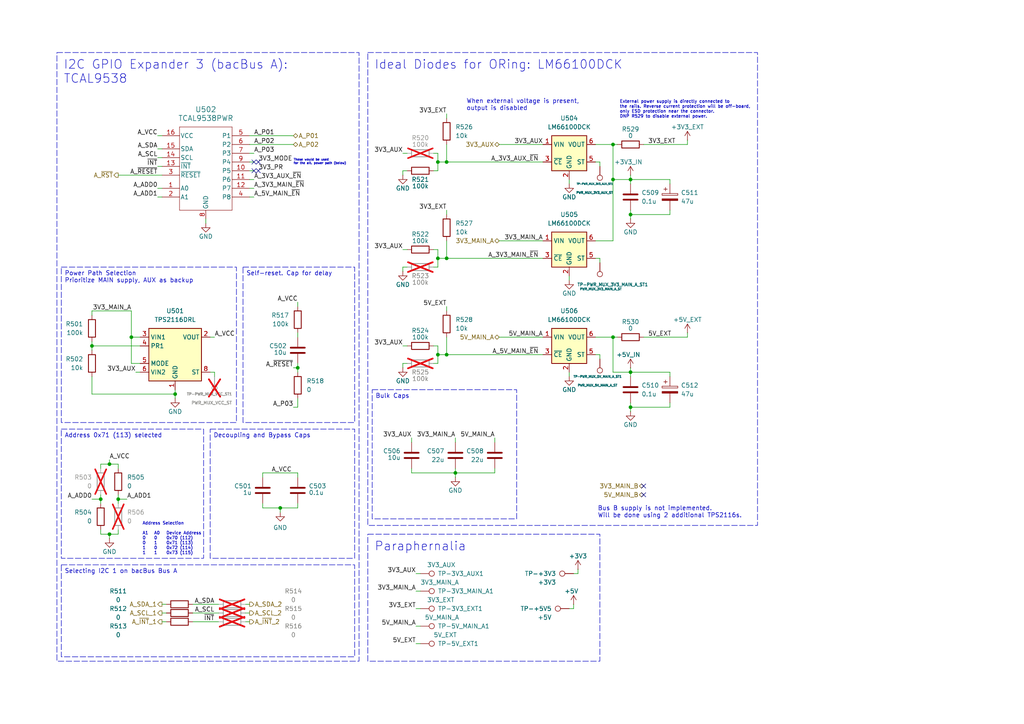
<source format=kicad_sch>
(kicad_sch (version 20231120) (generator "eeschema") (generator_version "8.0")
  (paper "A4")
  (title_block (title "bac MCU MicroMod Main Board Dual Function Single bacBus v1") (date "2025-02-12") (rev "1") (company "Build a CubeSat") (comment 1 "Manuel Imboden") (comment 2 "CC BY-SA 4.0") (comment 3 "https://buildacubesat.space"))
  (lib_symbols
    (symbol "Connector:TestPoint" (pin_numbers hide) (pin_names (offset 0.762) hide)
      (property "Reference" "TP" (at 0 6.858 0))
      (property "Value" "TestPoint" (at 0 5.08 0))
      (symbol "TestPoint_1_1"
        (pin passive line (at 0 0 90) (length 2.54) (name "1") (number "1"))
      )
    )
    (symbol "Device:C" (pin_numbers hide) (pin_names (offset 0.254))
      (property "Reference" "C" (at 0.635 2.54 0))
      (property "Value" "C" (at 0.635 -2.54 0))
      (symbol "C_1_1"
        (pin passive line (at 0 3.81 270) (length 2.794) (name "~") (number "1"))
        (pin passive line (at 0 -3.81 90) (length 2.794) (name "~") (number "2"))
      )
    )
    (symbol "Device:C_Polarized" (pin_numbers hide) (pin_names (offset 0.254))
      (property "Reference" "C" (at 0.635 2.54 0))
      (property "Value" "C_Polarized" (at 0.635 -2.54 0))
      (symbol "C_Polarized_1_1"
        (pin passive line (at 0 3.81 270) (length 2.794) (name "~") (number "1"))
        (pin passive line (at 0 -3.81 90) (length 2.794) (name "~") (number "2"))
      )
    )
    (symbol "Device:R" (pin_numbers hide) (pin_names (offset 0))
      (property "Reference" "R" (at 2.032 0 90))
      (property "Value" "R" (at 0 0 90))
      (symbol "R_1_1"
        (pin passive line (at 0 3.81 270) (length 1.27) (name "~") (number "1"))
        (pin passive line (at 0 -3.81 90) (length 1.27) (name "~") (number "2"))
      )
    )
    (symbol "Power_Management:LM66100DCK"
      (property "Reference" "U" (at -5.08 6.096 0))
      (property "Value" "LM66100DCK" (at 0.254 -6.35 0))
      (symbol "LM66100DCK_1_1"
        (pin power_in line (at -7.62 2.54 0) (length 2.54) (name "VIN") (number "1"))
        (pin power_in line (at 0 -7.62 90) (length 2.54) (name "GND") (number "2"))
        (pin input line (at -7.62 -2.54 0) (length 2.54) (name "~{CE}") (number "3"))
        (pin no_connect line (at 0 5.08 270) (length 2.54) hide (name "NC") (number "4"))
        (pin open_collector line (at 7.62 -2.54 180) (length 2.54) (name "ST") (number "5"))
        (pin power_out line (at 7.62 2.54 180) (length 2.54) (name "VOUT") (number "6"))
      )
    )
    (symbol "bac MicroMod Main Board v1:TI TCAL9538PWR" (pin_names (offset 0.254))
      (property "Reference" "U" (at 0 17.78 0))
      (property "Value" "TI TCAL9538PWR" (at 0 15.24 0))
      (symbol "TI TCAL9538PWR_0_1"
        (pin input line (at -12.7 -5.08 0) (length 5.08) (name "A0") (number "1"))
        (pin bidirectional line (at 12.7 0 180) (length 5.08) (name "P5") (number "10"))
        (pin bidirectional line (at 12.7 -2.54 180) (length 5.08) (name "P6") (number "11"))
        (pin bidirectional line (at 12.7 -5.08 180) (length 5.08) (name "P7") (number "12"))
        (pin input line (at -12.7 3.81 0) (length 5.08) (name "SCL") (number "14"))
        (pin bidirectional line (at -12.7 6.35 0) (length 5.08) (name "SDA") (number "15"))
        (pin power_in line (at -12.7 10.16 0) (length 5.08) (name "VCC") (number "16"))
        (pin input line (at -12.7 -7.62 0) (length 5.08) (name "A1") (number "2"))
        (pin bidirectional line (at 12.7 10.16 180) (length 5.08) (name "P1") (number "5"))
        (pin bidirectional line (at 12.7 7.62 180) (length 5.08) (name "P2") (number "6"))
        (pin bidirectional line (at 12.7 5.08 180) (length 5.08) (name "P3") (number "7"))
        (pin bidirectional line (at 12.7 2.54 180) (length 5.08) (name "P4") (number "9"))
      )
      (symbol "TI TCAL9538PWR_1_1"
        (pin output line (at -12.7 1.27 0) (length 5.08) (name "~{INT}") (number "13"))
        (pin input line (at -12.7 -1.27 0) (length 5.08) (name "~{RESET}") (number "3"))
        (pin bidirectional line (at 12.7 -7.62 180) (length 5.08) (name "P8") (number "4"))
        (pin power_in line (at 0 -13.97 90) (length 2.54) (name "GND") (number "8"))
      )
    )
    (symbol "bac MicroMod Main Board v1:TI TPS2116DRL"
      (property "Reference" "U" (at -7.874 9.144 0))
      (property "Value" "TI TPS2116DRL" (at 0.508 -8.89 0))
      (symbol "TI TPS2116DRL_1_0"
        (pin power_out line (at 10.16 5.08 180) (length 2.54) hide (name "VOUT") (number "7"))
      )
      (symbol "TI TPS2116DRL_1_1"
        (pin power_in line (at 0 -10.16 90) (length 2.54) (name "GND") (number "1"))
        (pin power_out line (at 10.16 5.08 180) (length 2.54) (name "VOUT") (number "2"))
        (pin power_in line (at -10.16 5.08 0) (length 2.54) (name "VIN1") (number "3"))
        (pin input line (at -10.16 2.54 0) (length 2.54) (name "PR1") (number "4"))
        (pin input line (at -10.16 -2.54 0) (length 2.54) (name "MODE") (number "5"))
        (pin power_in line (at -10.16 -5.08 0) (length 2.54) (name "VIN2") (number "6"))
        (pin open_collector line (at 10.16 -5.08 180) (length 2.54) (name "ST") (number "8"))
      )
    )
    (symbol "power:+3.3V" (power) (pin_numbers hide) (pin_names (offset 0) hide)
      (property "Value" "+3.3V" (at 0 3.556 0))
      (symbol "+3.3V_1_1"
        (pin power_in line (at 0 0 90) (length 0) (name "~") (number "1"))
      )
    )
    (symbol "power:GND" (power) (pin_numbers hide) (pin_names (offset 0) hide)
      (property "Value" "GND" (at 0 -3.81 0))
      (symbol "GND_1_1"
        (pin power_in line (at 0 0 270) (length 0) (name "~") (number "1"))
      )
    )
  )
  (junction (at 36.83 241.3))
  (junction (at 38.1 97.79))
  (junction (at 129.54 102.87))
  (junction (at 182.88 107.95))
  (junction (at 86.36 106.68))
  (junction (at 129.54 74.93))
  (junction (at 88.9 259.08))
  (junction (at 182.88 52.07))
  (junction (at 50.8 114.3))
  (junction (at 177.8 41.91))
  (junction (at 177.8 52.07))
  (junction (at 127 74.93))
  (junction (at 26.67 100.33))
  (junction (at 129.54 46.99))
  (junction (at 31.75 154.94))
  (junction (at 31.75 134.62))
  (junction (at 83.82 238.76))
  (junction (at 132.08 137.16))
  (junction (at 127 102.87))
  (junction (at 182.88 62.23))
  (junction (at 45.72 246.38))
  (junction (at 34.29 144.78))
  (junction (at 88.9 248.92))
  (junction (at 29.21 144.78))
  (junction (at 81.28 147.32))
  (junction (at 177.8 97.79))
  (junction (at 182.88 118.11))
  (junction (at 127 46.99))
  (no_connect (at 186.69 143.51))
  (no_connect (at 73.66 46.99))
  (no_connect (at 74.93 46.99))
  (no_connect (at 186.69 140.97))
  (no_connect (at 74.93 49.53))
  (no_connect (at 73.66 49.53))
  (wire (pts (xy 83.82 238.76) (xy 85.09 238.76)))
  (wire (pts (xy 45.72 231.14) (xy 57.15 231.14)))
  (wire (pts (xy 50.8 115.57) (xy 50.8 114.3)))
  (wire (pts (xy 129.54 33.02) (xy 129.54 34.29)))
  (wire (pts (xy 38.1 90.17) (xy 38.1 97.79)))
  (wire (pts (xy 30.48 241.3) (xy 36.83 241.3)))
  (wire (pts (xy 60.96 107.95) (xy 62.23 107.95)))
  (wire (pts (xy 165.1 81.28) (xy 165.1 80.01)))
  (wire (pts (xy 26.67 114.3) (xy 50.8 114.3)))
  (wire (pts (xy 50.8 113.03) (xy 50.8 114.3)))
  (wire (pts (xy 29.21 153.67) (xy 29.21 154.94)))
  (wire (pts (xy 157.48 69.85) (xy 144.78 69.85)))
  (wire (pts (xy 129.54 46.99) (xy 157.48 46.99)))
  (wire (pts (xy 85.09 106.68) (xy 86.36 106.68)))
  (wire (pts (xy 177.8 97.79) (xy 179.07 97.79)))
  (wire (pts (xy 86.36 106.68) (xy 86.36 107.95)))
  (wire (pts (xy 127 74.93) (xy 129.54 74.93)))
  (wire (pts (xy 127 46.99) (xy 129.54 46.99)))
  (wire (pts (xy 26.67 91.44) (xy 26.67 90.17)))
  (wire (pts (xy 29.21 134.62) (xy 31.75 134.62)))
  (wire (pts (xy 26.67 109.22) (xy 26.67 114.3)))
  (wire (pts (xy 186.69 41.91) (xy 199.39 41.91)))
  (wire (pts (xy 68.58 254) (xy 68.58 256.54)))
  (wire (pts (xy 143.51 127) (xy 143.51 128.27)))
  (wire (pts (xy 31.75 133.35) (xy 31.75 134.62)))
  (wire (pts (xy 118.11 49.53) (xy 116.84 49.53)))
  (wire (pts (xy 76.2 137.16) (xy 76.2 138.43)))
  (wire (pts (xy 45.72 48.26) (xy 46.99 48.26)))
  (wire (pts (xy 78.74 238.76) (xy 83.82 238.76)))
  (wire (pts (xy 36.83 240.03) (xy 36.83 241.3)))
  (wire (pts (xy 127 100.33) (xy 127 102.87)))
  (wire (pts (xy 132.08 137.16) (xy 132.08 138.43)))
  (wire (pts (xy 29.21 135.89) (xy 29.21 134.62)))
  (wire (pts (xy 129.54 74.93) (xy 157.48 74.93)))
  (wire (pts (xy 55.88 250.19) (xy 57.15 250.19)))
  (wire (pts (xy 45.72 232.41) (xy 45.72 231.14)))
  (wire (pts (xy 57.15 250.19) (xy 57.15 248.92)))
  (wire (pts (xy 172.72 102.87) (xy 173.99 102.87)))
  (wire (pts (xy 88.9 259.08) (xy 100.33 259.08)))
  (wire (pts (xy 182.88 106.68) (xy 182.88 107.95)))
  (wire (pts (xy 172.72 97.79) (xy 177.8 97.79)))
  (wire (pts (xy 83.82 238.76) (xy 83.82 248.92)))
  (wire (pts (xy 72.39 54.61) (xy 73.66 54.61)))
  (wire (pts (xy 194.31 107.95) (xy 194.31 109.22)))
  (wire (pts (xy 29.21 144.78) (xy 29.21 146.05)))
  (wire (pts (xy 182.88 63.5) (xy 182.88 62.23)))
  (wire (pts (xy 118.11 77.47) (xy 116.84 77.47)))
  (wire (pts (xy 34.29 143.51) (xy 34.29 144.78)))
  (wire (pts (xy 173.99 46.99) (xy 173.99 48.26)))
  (wire (pts (xy 83.82 248.92) (xy 88.9 248.92)))
  (wire (pts (xy 57.15 238.76) (xy 58.42 238.76)))
  (wire (pts (xy 182.88 118.11) (xy 182.88 116.84)))
  (wire (pts (xy 120.65 171.45) (xy 121.92 171.45)))
  (wire (pts (xy 182.88 107.95) (xy 194.31 107.95)))
  (wire (pts (xy 46.99 180.34) (xy 48.26 180.34)))
  (wire (pts (xy 116.84 44.45) (xy 118.11 44.45)))
  (wire (pts (xy 125.73 72.39) (xy 127 72.39)))
  (wire (pts (xy 166.37 166.37) (xy 167.64 166.37)))
  (wire (pts (xy 177.8 41.91) (xy 179.07 41.91)))
  (wire (pts (xy 172.72 41.91) (xy 177.8 41.91)))
  (wire (pts (xy 132.08 127) (xy 132.08 128.27)))
  (wire (pts (xy 72.39 52.07) (xy 73.66 52.07)))
  (wire (pts (xy 38.1 105.41) (xy 38.1 97.79)))
  (wire (pts (xy 57.15 248.92) (xy 58.42 248.92)))
  (wire (pts (xy 57.15 231.14) (xy 57.15 238.76)))
  (wire (pts (xy 119.38 137.16) (xy 132.08 137.16)))
  (wire (pts (xy 76.2 147.32) (xy 81.28 147.32)))
  (wire (pts (xy 125.73 49.53) (xy 127 49.53)))
  (wire (pts (xy 40.64 105.41) (xy 38.1 105.41)))
  (wire (pts (xy 26.67 99.06) (xy 26.67 100.33)))
  (wire (pts (xy 45.72 246.38) (xy 45.72 247.65)))
  (wire (pts (xy 177.8 52.07) (xy 182.88 52.07)))
  (wire (pts (xy 194.31 52.07) (xy 194.31 53.34)))
  (wire (pts (xy 165.1 109.22) (xy 165.1 107.95)))
  (wire (pts (xy 167.64 166.37) (xy 167.64 165.1)))
  (wire (pts (xy 71.12 175.26) (xy 72.39 175.26)))
  (wire (pts (xy 129.54 102.87) (xy 157.48 102.87)))
  (wire (pts (xy 182.88 50.8) (xy 182.88 52.07)))
  (wire (pts (xy 116.84 105.41) (xy 116.84 106.68)))
  (wire (pts (xy 132.08 137.16) (xy 143.51 137.16)))
  (wire (pts (xy 173.99 102.87) (xy 173.99 104.14)))
  (wire (pts (xy 182.88 52.07) (xy 194.31 52.07)))
  (wire (pts (xy 127 44.45) (xy 127 46.99)))
  (wire (pts (xy 76.2 146.05) (xy 76.2 147.32)))
  (wire (pts (xy 71.12 180.34) (xy 72.39 180.34)))
  (wire (pts (xy 182.88 52.07) (xy 182.88 53.34)))
  (wire (pts (xy 127 74.93) (xy 127 77.47)))
  (wire (pts (xy 119.38 127) (xy 119.38 128.27)))
  (wire (pts (xy 125.73 100.33) (xy 127 100.33)))
  (wire (pts (xy 116.84 72.39) (xy 118.11 72.39)))
  (wire (pts (xy 34.29 144.78) (xy 34.29 146.05)))
  (wire (pts (xy 34.29 134.62) (xy 34.29 135.89)))
  (wire (pts (xy 31.75 134.62) (xy 34.29 134.62)))
  (wire (pts (xy 46.99 177.8) (xy 48.26 177.8)))
  (wire (pts (xy 88.9 248.92) (xy 100.33 248.92)))
  (wire (pts (xy 182.88 107.95) (xy 182.88 109.22)))
  (wire (pts (xy 177.8 97.79) (xy 177.8 107.95)))
  (wire (pts (xy 86.36 96.52) (xy 86.36 97.79)))
  (wire (pts (xy 182.88 62.23) (xy 194.31 62.23)))
  (wire (pts (xy 86.36 115.57) (xy 86.36 118.11)))
  (wire (pts (xy 92.71 238.76) (xy 105.41 238.76)))
  (wire (pts (xy 71.12 177.8) (xy 72.39 177.8)))
  (wire (pts (xy 39.37 107.95) (xy 40.64 107.95)))
  (wire (pts (xy 116.84 100.33) (xy 118.11 100.33)))
  (wire (pts (xy 88.9 247.65) (xy 88.9 248.92)))
  (wire (pts (xy 182.88 62.23) (xy 182.88 60.96)))
  (wire (pts (xy 55.88 180.34) (xy 63.5 180.34)))
  (wire (pts (xy 177.8 69.85) (xy 172.72 69.85)))
  (wire (pts (xy 29.21 143.51) (xy 29.21 144.78)))
  (wire (pts (xy 125.73 77.47) (xy 127 77.47)))
  (wire (pts (xy 86.36 147.32) (xy 86.36 146.05)))
  (wire (pts (xy 88.9 248.92) (xy 88.9 250.19)))
  (wire (pts (xy 194.31 116.84) (xy 194.31 118.11)))
  (wire (pts (xy 127 102.87) (xy 127 105.41)))
  (wire (pts (xy 199.39 97.79) (xy 186.69 97.79)))
  (wire (pts (xy 177.8 52.07) (xy 177.8 69.85)))
  (wire (pts (xy 36.83 241.3) (xy 58.42 241.3)))
  (wire (pts (xy 165.1 176.53) (xy 166.37 176.53)))
  (wire (pts (xy 157.48 41.91) (xy 144.78 41.91)))
  (wire (pts (xy 127 102.87) (xy 129.54 102.87)))
  (wire (pts (xy 45.72 246.38) (xy 45.72 240.03)))
  (wire (pts (xy 119.38 135.89) (xy 119.38 137.16)))
  (wire (pts (xy 72.39 49.53) (xy 73.66 49.53)))
  (wire (pts (xy 45.72 39.37) (xy 46.99 39.37)))
  (wire (pts (xy 100.33 257.81) (xy 100.33 259.08)))
  (wire (pts (xy 129.54 69.85) (xy 129.54 74.93)))
  (wire (pts (xy 55.88 175.26) (xy 63.5 175.26)))
  (wire (pts (xy 173.99 74.93) (xy 173.99 76.2)))
  (wire (pts (xy 172.72 74.93) (xy 173.99 74.93)))
  (wire (pts (xy 86.36 87.63) (xy 86.36 88.9)))
  (wire (pts (xy 166.37 176.53) (xy 166.37 175.26)))
  (wire (pts (xy 199.39 96.52) (xy 199.39 97.79)))
  (wire (pts (xy 157.48 97.79) (xy 144.78 97.79)))
  (wire (pts (xy 116.84 49.53) (xy 116.84 50.8)))
  (wire (pts (xy 46.99 175.26) (xy 48.26 175.26)))
  (wire (pts (xy 120.65 186.69) (xy 121.92 186.69)))
  (wire (pts (xy 78.74 248.92) (xy 80.01 248.92)))
  (wire (pts (xy 34.29 144.78) (xy 36.83 144.78)))
  (wire (pts (xy 45.72 255.27) (xy 45.72 256.54)))
  (wire (pts (xy 45.72 57.15) (xy 46.99 57.15)))
  (wire (pts (xy 129.54 41.91) (xy 129.54 46.99)))
  (wire (pts (xy 129.54 88.9) (xy 129.54 90.17)))
  (wire (pts (xy 118.11 105.41) (xy 116.84 105.41)))
  (wire (pts (xy 36.83 255.27) (xy 36.83 256.54)))
  (wire (pts (xy 30.48 246.38) (xy 45.72 246.38)))
  (wire (pts (xy 86.36 137.16) (xy 86.36 138.43)))
  (wire (pts (xy 88.9 259.08) (xy 88.9 257.81)))
  (wire (pts (xy 59.69 63.5) (xy 59.69 64.77)))
  (wire (pts (xy 45.72 43.18) (xy 46.99 43.18)))
  (wire (pts (xy 72.39 39.37) (xy 85.09 39.37)))
  (wire (pts (xy 72.39 41.91) (xy 85.09 41.91)))
  (wire (pts (xy 177.8 41.91) (xy 177.8 52.07)))
  (wire (pts (xy 120.65 176.53) (xy 121.92 176.53)))
  (wire (pts (xy 86.36 118.11) (xy 85.09 118.11)))
  (wire (pts (xy 36.83 241.3) (xy 36.83 247.65)))
  (wire (pts (xy 26.67 144.78) (xy 29.21 144.78)))
  (wire (pts (xy 116.84 77.47) (xy 116.84 78.74)))
  (wire (pts (xy 55.88 177.8) (xy 63.5 177.8)))
  (wire (pts (xy 26.67 100.33) (xy 26.67 101.6)))
  (wire (pts (xy 76.2 137.16) (xy 86.36 137.16)))
  (wire (pts (xy 81.28 147.32) (xy 81.28 148.59)))
  (wire (pts (xy 129.54 60.96) (xy 129.54 62.23)))
  (wire (pts (xy 34.29 50.8) (xy 46.99 50.8)))
  (wire (pts (xy 172.72 46.99) (xy 173.99 46.99)))
  (wire (pts (xy 26.67 90.17) (xy 38.1 90.17)))
  (wire (pts (xy 26.67 100.33) (xy 40.64 100.33)))
  (wire (pts (xy 31.75 154.94) (xy 34.29 154.94)))
  (wire (pts (xy 125.73 44.45) (xy 127 44.45)))
  (wire (pts (xy 165.1 53.34) (xy 165.1 52.07)))
  (wire (pts (xy 38.1 97.79) (xy 40.64 97.79)))
  (wire (pts (xy 100.33 248.92) (xy 100.33 250.19)))
  (wire (pts (xy 120.65 181.61) (xy 121.92 181.61)))
  (wire (pts (xy 73.66 44.45) (xy 72.39 44.45)))
  (wire (pts (xy 127 72.39) (xy 127 74.93)))
  (wire (pts (xy 62.23 107.95) (xy 62.23 109.22)))
  (wire (pts (xy 105.41 237.49) (xy 105.41 238.76)))
  (wire (pts (xy 45.72 45.72) (xy 46.99 45.72)))
  (wire (pts (xy 177.8 107.95) (xy 182.88 107.95)))
  (wire (pts (xy 45.72 246.38) (xy 58.42 246.38)))
  (wire (pts (xy 72.39 57.15) (xy 73.66 57.15)))
  (wire (pts (xy 129.54 97.79) (xy 129.54 102.87)))
  (wire (pts (xy 127 46.99) (xy 127 49.53)))
  (wire (pts (xy 34.29 154.94) (xy 34.29 153.67)))
  (wire (pts (xy 60.96 97.79) (xy 62.23 97.79)))
  (wire (pts (xy 88.9 260.35) (xy 88.9 259.08)))
  (wire (pts (xy 120.65 166.37) (xy 121.92 166.37)))
  (wire (pts (xy 36.83 231.14) (xy 36.83 232.41)))
  (wire (pts (xy 125.73 105.41) (xy 127 105.41)))
  (wire (pts (xy 132.08 135.89) (xy 132.08 137.16)))
  (wire (pts (xy 86.36 105.41) (xy 86.36 106.68)))
  (wire (pts (xy 199.39 40.64) (xy 199.39 41.91)))
  (wire (pts (xy 182.88 118.11) (xy 194.31 118.11)))
  (wire (pts (xy 182.88 119.38) (xy 182.88 118.11)))
  (wire (pts (xy 29.21 154.94) (xy 31.75 154.94)))
  (wire (pts (xy 194.31 60.96) (xy 194.31 62.23)))
  (wire (pts (xy 45.72 54.61) (xy 46.99 54.61)))
  (wire (pts (xy 73.66 46.99) (xy 72.39 46.99)))
  (wire (pts (xy 81.28 147.32) (xy 86.36 147.32)))
  (wire (pts (xy 31.75 156.21) (xy 31.75 154.94)))
  (wire (pts (xy 143.51 137.16) (xy 143.51 135.89)))
  (text_box "Paraphernalia" (at 106.68 154.94 0) (size 67.31 36.83) (stroke (width 0) (type dash)) (effects (font (size 2.54 2.54)) (justify left top)))
  (text_box "Power Path Selection\nPrioritize MAIN supply, AUX as backup" (at 17.78 77.47 0) (size 50.8 45.085) (stroke (width 0) (type dash)) (effects (font (size 1.27 1.27)) (justify left top)))
  (text_box "Selecting I2C 1 on bacBus Bus A" (at 17.78 163.83 0) (size 85.09 26.67) (stroke (width 0) (type dash)) (effects (font (size 1.27 1.27)) (justify left top)))
  (text_box "I2C GPIO Expander 3 (bacBus A): TCAL9538" (at 16.51 15.24 0) (size 87.63 176.53) (stroke (width 0) (type dash)) (effects (font (size 2.54 2.54)) (justify left top)))
  (text_box "Alternative 3V3 Power Path with an TPS2116DRL\nStored here for future use in the double bus variant" (at 16.51 215.9 0) (size 113.03 67.31) (stroke (width 0) (type dash)) (effects (font (size 2.54 2.54)) (justify left top)))
  (text_box "Ideal Diodes for ORing: LM66100DCK" (at 106.68 15.24 0) (size 113.03 137.16) (stroke (width 0) (type dash)) (effects (font (size 2.54 2.54)) (justify left top)))
  (text_box "Self-reset. Cap for delay" (at 70.485 77.47 0) (size 32.385 45.085) (stroke (width 0) (type dash)) (effects (font (size 1.27 1.27)) (justify left top)))
  (text_box "Decoupling and Bypass Caps" (at 60.96 124.46 0) (size 41.91 37.465) (stroke (width 0) (type dash)) (effects (font (size 1.27 1.27)) (justify left top)))
  (text_box "Address 0x71 (113) selected" (at 17.78 124.46 0) (size 41.275 37.465) (stroke (width 0) (type dash)) (effects (font (size 1.27 1.27)) (justify left top)))
  (text_box "Bulk Caps" (at 107.95 113.03 0) (size 41.91 37.465) (stroke (width 0) (type dash)) (effects (font (size 1.27 1.27)) (justify left top)))
  (text "Address Selection\n\nA1	A0	Device Address\n0	0	0x70 (112)\n0	1	0x71 (113)\n1	0	0x72 (114)\n1	1	0x73 (115)" (at 41.275 156.21 0) (effects (font (size 0.889 0.889)) (justify left)))
  (text "When external voltage is present,\noutput is disabled" (at 135.255 30.48 0) (effects (font (size 1.27 1.27)) (justify left)))
  (text "Mode\nHigh: Manual Mode 1\nLow: Manual Mode 2 (default)\n[Float: Auto, VIN1 Priority]\n\nPR\nHigh when Mode is low: External power connected, High-Z (alt auto state)\nLow when Mode is low: Auto switch to higher VIN (default auto state)\nHigh when Mode is high: VIN1 (manual control)\nLow when Mode is high: VIN2 (manual control)" (at 22.86 271.78 0) (effects (font (size 0.889 0.889)) (justify left)))
  (text "Bus B supply is not implemented.\nWill be done using 2 additional TPS2116s." (at 173.355 148.59 0) (effects (font (size 1.27 1.27)) (justify left)))
  (text "These would be used\nfor the alt. power path (below)" (at 85.09 46.99 0) (effects (font (size 0.635 0.635)) (justify left)))
  (text "External power supply is directly connected to\nthe rails. Reverse current protection will be off-board,\nonly ESD protection near the connector.\nDNP R529 to disable external power." (at 179.705 31.75 0) (effects (font (size 0.889 0.889)) (justify left)))
  (label "A_VCC" (at 31.75 133.35 0))
  (label "A_SCL" (at 62.23 177.8 180) (effects (font (thickness 0.1588))))
  (label "A_P03" (at 85.09 118.11 180) (effects (font (thickness 0.1588))))
  (label "3V3_AUX" (at 116.84 44.45 180))
  (label "A_VCC" (at 78.74 137.16 0))
  (label "~{INT}" (at 62.23 180.34 180) (effects (font (thickness 0.1588))))
  (label "A_ADD0" (at 45.72 54.61 180))
  (label "3V3_MAIN_A" (at 120.65 171.45 180))
  (label "3V3_MAIN_A" (at 45.72 231.14 0))
  (label "+3V3_EXT" (at 93.98 238.76 0))
  (label "3V3_MODE" (at 30.48 246.38 180))
  (label "A_ADD1" (at 45.72 57.15 180))
  (label "A_VCC" (at 86.36 87.63 180) (effects (font (thickness 0.1588))))
  (label "A_P02" (at 73.66 41.91 0) (effects (font (thickness 0.1588))))
  (label "A_~{RESET}" (at 45.72 50.8 180) (effects (font (thickness 0.1588))))
  (label "3V3_PR" (at 30.48 241.3 180))
  (label "~{INT}" (at 45.72 48.26 180) (effects (font (thickness 0.1588))))
  (label "3V3_EXT" (at 120.65 176.53 180))
  (label "A_P03" (at 73.66 44.45 0) (effects (font (thickness 0.1588))))
  (label "A_3V3_AUX_~{EN}" (at 156.21 46.99 180))
  (label "3V3_MAIN_A" (at 38.1 90.17 180))
  (label "3V3_EXT" (at 129.54 33.02 180))
  (label "5V_EXT" (at 187.96 97.79 0))
  (label "3V3_AUX" (at 119.38 127 180))
  (label "A_5V_MAIN_~{EN}" (at 156.21 102.87 180))
  (label "3V3_EXT" (at 129.54 60.96 180))
  (label "3V3_AUX" (at 157.48 41.91 180))
  (label "3V3_MAIN_A" (at 132.08 127 180))
  (label "A_~{RESET}" (at 85.09 106.68 180) (effects (font (thickness 0.1588))))
  (label "3V3_AUX" (at 116.84 100.33 180))
  (label "3V3_AUX" (at 55.88 250.19 180))
  (label "3V3_MAIN_A" (at 157.48 69.85 180))
  (label "A_VCC" (at 45.72 39.37 180) (effects (font (thickness 0.1588))))
  (label "5V_EXT" (at 120.65 186.69 180))
  (label "A_3V3_AUX_~{EN}" (at 73.66 52.07 0))
  (label "A_5V_MAIN_~{EN}" (at 73.66 57.15 0))
  (label "A_ADD0" (at 26.67 144.78 180))
  (label "3V3_MODE" (at 74.93 46.99 0))
  (label "3V3_PR" (at 74.93 49.53 0))
  (label "3V3_AUX" (at 116.84 72.39 180))
  (label "3V3_AUX" (at 120.65 166.37 180))
  (label "A_SDA" (at 62.23 175.26 180) (effects (font (thickness 0.1588))))
  (label "A_ADD1" (at 36.83 144.78 0))
  (label "A_SDA" (at 45.72 43.18 180) (effects (font (thickness 0.1588))))
  (label "3V3_EXT" (at 187.96 41.91 0))
  (label "5V_MAIN_A" (at 120.65 181.61 180))
  (label "5V_MAIN_A" (at 157.48 97.79 180))
  (label "3V3_AUX" (at 39.37 107.95 180))
  (label "A_P01" (at 73.66 39.37 0) (effects (font (thickness 0.1588))))
  (label "5V_MAIN_A" (at 143.51 127 180))
  (label "A_SCL" (at 45.72 45.72 180) (effects (font (thickness 0.1588))))
  (label "A_VCC" (at 62.23 97.79 0) (effects (font (thickness 0.1588))))
  (label "A_3V3_MAIN_~{EN}" (at 73.66 54.61 0))
  (label "A_3V3_MAIN_~{EN}" (at 156.21 74.93 180))
  (label "5V_EXT" (at 129.54 88.9 180))
  (hierarchical_label "A_P02" (shape bidirectional) (at 85.09 41.91 0))
  (hierarchical_label "5V_MAIN_A" (shape bidirectional) (at 144.78 97.79 180))
  (hierarchical_label "A_SDA_1" (shape output) (at 46.99 175.26 180))
  (hierarchical_label "A_SCL_1" (shape output) (at 46.99 177.8 180))
  (hierarchical_label "A_~{RST}" (shape output) (at 34.29 50.8 180))
  (hierarchical_label "A_SDA_2" (shape output) (at 72.39 175.26 0))
  (hierarchical_label "A_SCL_2" (shape output) (at 72.39 177.8 0))
  (hierarchical_label "3V3_MAIN_A" (shape bidirectional) (at 144.78 69.85 180))
  (hierarchical_label "A_P01" (shape bidirectional) (at 85.09 39.37 0))
  (hierarchical_label "A_~{INT}_2" (shape output) (at 72.39 180.34 0))
  (hierarchical_label "A_~{INT}_1" (shape output) (at 46.99 180.34 180))
  (hierarchical_label "5V_MAIN_B" (shape bidirectional) (at 186.69 143.51 180))
  (hierarchical_label "3V3_AUX" (shape bidirectional) (at 144.78 41.91 180))
  (hierarchical_label "3V3_MAIN_B" (shape bidirectional) (at 186.69 140.97 180))
  (symbol (lib_id "Device:R") (at 121.92 100.33 90) (unit 1)
    (property "Reference" "R524" (at 121.92 95.885 90))
    (property "Value" "100k" (at 121.92 97.79 90))
    (property "Footprint" "bac MicroMod Main Board v1:bac-R-0603-100k" (effects (hide yes)))
    (property "Description" "Resistor" (effects (hide yes)))
    (property "Series" "E96" (effects (hide yes)))
  )
  (symbol (lib_id "bac MicroMod Main Board v1:TI TPS2116DRL") (at 68.58 243.84 0) (unit 1) (exclude_from_sim yes) (in_bom no) (on_board no) (dnp yes)
    (property "Reference" "U503" (at 68.58 231.14 0))
    (property "Value" "TPS2116DRL" (at 68.58 233.68 0))
    (property "Footprint" "bac MicroMod Main Board v1:TI-TPS2116DRL" (effects (hide yes)))
    (property "Datasheet" "https://www.ti.com/lit/ds/symlink/tps2116.pdf" (effects (hide yes)))
    (property "Description" "2 Channnels Power Mux with Manual and Priority Switchover, 1.6-5.5V Input Voltage, 2.5A Output Current, Ron 40 mOhm, SOT-583-8" (effects (hide yes)))
  )
  (symbol (lib_id "Connector:TestPoint") (at 173.99 76.2 180) (unit 1)
    (property "Reference" "TP-PWR_MUX_3V3_MAIN_A_ST1" (at 187.96 82.55 0) (effects (font (size 0.889 0.889)) (justify left)))
    (property "Value" "PWR_MUX_3V3_MAIN_A_ST" (at 180.34 83.82 0) (effects (font (size 0.635 0.635)) (justify left)))
    (property "Footprint" "TestPoint:TestPoint_Pad_D1.0mm" (effects (hide yes)))
    (property "Description" "Test Point" (effects (hide yes)))
  )
  (symbol (lib_id "power:+3.3V") (at 199.39 96.52 0) (unit 1)
    (property "Reference" "#PWR0527" (effects (hide yes)))
    (property "Value" "+5V_EXT" (at 199.39 92.71 0))
    (property "Description" "Power symbol creates a global label with name \"+3.3V\"" (effects (hide yes)))
  )
  (symbol (lib_id "power:GND") (at 31.75 156.21 0) (unit 1)
    (property "Reference" "#PWR0502" (effects (hide yes)))
    (property "Value" "GND" (at 31.75 160.02 0))
    (property "Description" "Power symbol creates a global label with name \"GND\" , ground" (effects (hide yes)))
  )
  (symbol (lib_id "Device:R") (at 121.92 105.41 270) (mirror x) (unit 1) (dnp yes)
    (property "Reference" "R525" (at 121.92 107.95 90))
    (property "Value" "100k" (at 121.92 109.855 90))
    (property "Footprint" "bac MicroMod Main Board v1:bac-R-0603-100k" (effects (hide yes)))
    (property "Description" "Resistor" (effects (hide yes)))
    (property "Series" "E96" (effects (hide yes)))
  )
  (symbol (lib_id "Connector:TestPoint") (at 173.99 48.26 180) (unit 1)
    (property "Reference" "TP-PWR_MUX_3V3_AUX_ST1" (at 177.8 53.34 0) (effects (font (size 0.508 0.508)) (justify left)))
    (property "Value" "PWR_MUX_3V3_AUX_ST" (at 177.8 55.88 0) (effects (font (size 0.635 0.635)) (justify left)))
    (property "Footprint" "TestPoint:TestPoint_Pad_D1.0mm" (effects (hide yes)))
    (property "Description" "Test Point" (effects (hide yes)))
  )
  (symbol (lib_id "power:GND") (at 116.84 78.74 0) (unit 1)
    (property "Reference" "#PWR0514" (effects (hide yes)))
    (property "Value" "GND" (at 116.84 82.55 0))
    (property "Description" "Power symbol creates a global label with name \"GND\" , ground" (effects (hide yes)))
  )
  (symbol (lib_id "Device:R") (at 36.83 251.46 0) (mirror y) (unit 1) (exclude_from_sim yes) (in_bom no) (on_board no) (dnp yes)
    (property "Reference" "R508" (at 35.56 250.19 0) (effects (justify left)))
    (property "Value" "100k" (at 35.56 252.73 0) (effects (justify left)))
    (property "Footprint" "bac MicroMod Main Board v1:bac-R-0603-100k" (effects (hide yes)))
    (property "Description" "Resistor" (effects (hide yes)))
    (property "Series" "E96" (effects (hide yes)))
  )
  (symbol (lib_id "power:+3.3V") (at 182.88 106.68 0) (unit 1)
    (property "Reference" "#PWR0524" (effects (hide yes)))
    (property "Value" "+5V_IN" (at 182.245 102.87 0))
    (property "Description" "Power symbol creates a global label with name \"+3.3V\"" (effects (hide yes)))
  )
  (symbol (lib_id "power:+3.3V") (at 182.88 50.8 0) (unit 1)
    (property "Reference" "#PWR0522" (effects (hide yes)))
    (property "Value" "+3V3_IN" (at 182.245 46.99 0))
    (property "Description" "Power symbol creates a global label with name \"+3.3V\"" (effects (hide yes)))
  )
  (symbol (lib_id "Power_Management:LM66100DCK") (at 165.1 100.33 0) (unit 1)
    (property "Reference" "U506" (at 165.1 90.17 0))
    (property "Value" "LM66100DCK" (at 165.1 92.71 0))
    (property "Footprint" "Package_TO_SOT_SMD:SOT-363_SC-70-6" (effects (hide yes)))
    (property "Datasheet" "https://www.ti.com/lit/ds/symlink/lm66100.pdf" (effects (hide yes)))
    (property "Description" "Ideal Diode With Input Polarity Protection 1.5 - 5.5V  Input Voltage, 1.5A Output Current, Ron 141 mOhm, SC-70-6" (effects (hide yes)))
  )
  (symbol (lib_id "Device:R") (at 121.92 49.53 270) (mirror x) (unit 1)
    (property "Reference" "R521" (at 121.92 52.07 90))
    (property "Value" "100k" (at 121.92 53.975 90))
    (property "Footprint" "bac MicroMod Main Board v1:bac-R-0603-100k" (effects (hide yes)))
    (property "Description" "Resistor" (effects (hide yes)))
    (property "Series" "E96" (effects (hide yes)))
  )
  (symbol (lib_id "Device:C") (at 76.2 142.24 0) (mirror y) (unit 1)
    (property "Reference" "C501" (at 73.025 140.97 0) (effects (justify left)))
    (property "Value" "1u" (at 73.025 142.875 0) (effects (justify left)))
    (property "Footprint" "bac MicroMod Main Board v1:bac-C-0603-1u" (effects (hide yes)))
    (property "Description" "Unpolarized capacitor" (effects (hide yes)))
    (property "Rated Voltage" "35V" (effects (hide yes)))
    (property "Temperature Coefficient" "X7R" (effects (hide yes)))
  )
  (symbol (lib_id "Power_Management:LM66100DCK") (at 165.1 44.45 0) (unit 1)
    (property "Reference" "U504" (at 165.1 34.29 0))
    (property "Value" "LM66100DCK" (at 165.1 36.83 0))
    (property "Footprint" "Package_TO_SOT_SMD:SOT-363_SC-70-6" (effects (hide yes)))
    (property "Datasheet" "https://www.ti.com/lit/ds/symlink/lm66100.pdf" (effects (hide yes)))
    (property "Description" "Ideal Diode With Input Polarity Protection 1.5 - 5.5V  Input Voltage, 1.5A Output Current, Ron 141 mOhm, SC-70-6" (effects (hide yes)))
  )
  (symbol (lib_id "Device:R") (at 86.36 111.76 0) (mirror y) (unit 1)
    (property "Reference" "R518" (at 88.9 110.4899 0) (effects (justify right)))
    (property "Value" "0" (at 88.9 113.0299 0) (effects (justify right)))
    (property "Footprint" "bac MicroMod Main Board v1:bac-R-0603-0" (effects (hide yes)))
    (property "Description" "Resistor" (effects (hide yes)))
    (property "Series" "E96" (effects (hide yes)))
  )
  (symbol (lib_id "power:+3.3V") (at 167.64 165.1 0) (unit 1)
    (property "Reference" "#PWR0517" (effects (hide yes)))
    (property "Value" "+3V3" (at 167.64 161.29 0))
    (property "Description" "Power symbol creates a global label with name \"+3.3V\"" (effects (hide yes)))
  )
  (symbol (lib_id "Device:R") (at 129.54 93.98 0) (unit 1)
    (property "Reference" "R528" (at 132.08 92.7099 0) (effects (justify left)))
    (property "Value" "10k" (at 132.08 95.2499 0) (effects (justify left)))
    (property "Footprint" "bac MicroMod Main Board v1:bac-R-0603-10k" (effects (hide yes)))
    (property "Description" "Resistor" (effects (hide yes)))
    (property "Series" "E96" (effects (hide yes)))
  )
  (symbol (lib_id "power:GND") (at 182.88 63.5 0) (unit 1)
    (property "Reference" "#PWR0523" (effects (hide yes)))
    (property "Value" "GND" (at 182.88 67.31 0))
    (property "Description" "Power symbol creates a global label with name \"GND\" , ground" (effects (hide yes)))
  )
  (symbol (lib_id "bac MicroMod Main Board v1:TI TPS2116DRL") (at 50.8 102.87 0) (unit 1)
    (property "Reference" "U501" (at 50.8 90.17 0))
    (property "Value" "TPS2116DRL" (at 50.8 92.71 0))
    (property "Footprint" "bac MicroMod Main Board v1:TI-TPS2116DRL" (effects (hide yes)))
    (property "Datasheet" "https://www.ti.com/lit/ds/symlink/tps2116.pdf" (effects (hide yes)))
    (property "Description" "2 Channnels Power Mux with Manual and Priority Switchover, 1.6-5.5V Input Voltage, 2.5A Output Current, Ron 40 mOhm, SOT-583-8" (effects (hide yes)))
  )
  (symbol (lib_id "Device:R") (at 52.07 180.34 90) (unit 1)
    (property "Reference" "R513" (at 34.29 181.61 90))
    (property "Value" "0" (at 34.29 184.15 90))
    (property "Footprint" "bac MicroMod Main Board v1:bac-R-0603-0" (effects (hide yes)))
    (property "Description" "Resistor" (effects (hide yes)))
    (property "Series" "E96" (effects (hide yes)))
  )
  (symbol (lib_id "Device:R") (at 86.36 92.71 0) (mirror y) (unit 1)
    (property "Reference" "R517" (at 83.82 91.4399 0) (effects (justify left)))
    (property "Value" "100k" (at 83.82 93.9799 0) (effects (justify left)))
    (property "Footprint" "bac MicroMod Main Board v1:bac-R-0603-100k" (effects (hide yes)))
    (property "Description" "Resistor" (effects (hide yes)))
    (property "Series" "E96" (effects (hide yes)))
  )
  (symbol (lib_id "Device:R") (at 45.72 251.46 0) (unit 1) (exclude_from_sim yes) (in_bom no) (on_board no) (dnp yes)
    (property "Reference" "R510" (at 44.45 250.19 0) (effects (justify right)))
    (property "Value" "10k" (at 44.45 252.73 0) (effects (justify right)))
    (property "Footprint" "bac MicroMod Main Board v1:bac-R-0603-10k" (effects (hide yes)))
    (property "Description" "Resistor" (effects (hide yes)))
    (property "Series" "E96" (effects (hide yes)))
  )
  (symbol (lib_id "Device:R") (at 182.88 41.91 90) (unit 1)
    (property "Reference" "R529" (at 182.88 37.465 90))
    (property "Value" "0" (at 182.88 39.37 90))
    (property "Footprint" "bac MicroMod Main Board v1:bac-R-0603-0" (effects (hide yes)))
    (property "Description" "Resistor" (effects (hide yes)))
    (property "Series" "E96" (effects (hide yes)))
  )
  (symbol (lib_id "Device:C") (at 86.36 142.24 0) (unit 1)
    (property "Reference" "C503" (at 89.535 140.97 0) (effects (justify left)))
    (property "Value" "0.1u" (at 89.535 142.875 0) (effects (justify left)))
    (property "Footprint" "bac MicroMod Main Board v1:bac-C-0603-0.1u" (effects (hide yes)))
    (property "Description" "Unpolarized capacitor" (effects (hide yes)))
    (property "Height" "0.95mm" (effects (hide yes)))
    (property "Rated Voltage" "50V" (effects (hide yes)))
    (property "Temperature Coefficient" "X7R" (effects (hide yes)))
  )
  (symbol (lib_id "Device:R") (at 45.72 236.22 0) (mirror y) (unit 1) (exclude_from_sim yes) (in_bom no) (on_board no) (dnp yes)
    (property "Reference" "R509" (at 44.45 234.95 0) (effects (justify left)))
    (property "Value" "100k" (at 44.45 237.49 0) (effects (justify left)))
    (property "Footprint" "bac MicroMod Main Board v1:bac-R-0603-100k" (effects (hide yes)))
    (property "Description" "Resistor" (effects (hide yes)))
    (property "Series" "E96" (effects (hide yes)))
  )
  (symbol (lib_id "power:+3.3V") (at 166.37 175.26 0) (unit 1)
    (property "Reference" "#PWR0518" (effects (hide yes)))
    (property "Value" "+5V" (at 165.735 171.45 0))
    (property "Description" "Power symbol creates a global label with name \"+3.3V\"" (effects (hide yes)))
  )
  (symbol (lib_id "Device:R") (at 34.29 139.7 0) (unit 1)
    (property "Reference" "R505" (at 36.83 138.4299 0) (effects (justify left)))
    (property "Value" "0" (at 36.83 140.9699 0) (effects (justify left)))
    (property "Footprint" "bac MicroMod Main Board v1:bac-R-0603-0" (effects (hide yes)))
    (property "Description" "Resistor" (effects (hide yes)))
    (property "Series" "E96" (effects (hide yes)))
  )
  (symbol (lib_id "Device:R") (at 129.54 38.1 0) (unit 1)
    (property "Reference" "R526" (at 132.08 36.8299 0) (effects (justify left)))
    (property "Value" "10k" (at 132.08 39.3699 0) (effects (justify left)))
    (property "Footprint" "bac MicroMod Main Board v1:bac-R-0603-10k" (effects (hide yes)))
    (property "Description" "Resistor" (effects (hide yes)))
    (property "Series" "E96" (effects (hide yes)))
  )
  (symbol (lib_id "Device:R") (at 29.21 149.86 0) (mirror y) (unit 1)
    (property "Reference" "R504" (at 26.67 148.5899 0) (effects (justify left)))
    (property "Value" "0" (at 26.67 151.1299 0) (effects (justify left)))
    (property "Footprint" "bac MicroMod Main Board v1:bac-R-0603-0" (effects (hide yes)))
    (property "Description" "Resistor" (effects (hide yes)))
    (property "Series" "E96" (effects (hide yes)))
  )
  (symbol (lib_id "Device:C") (at 119.38 132.08 0) (mirror y) (unit 1)
    (property "Reference" "C506" (at 116.205 130.81 0) (effects (justify left)))
    (property "Value" "10u" (at 116.205 132.715 0) (effects (justify left)))
    (property "Footprint" "bac MicroMod Main Board v1:bac-C-0805-10u" (effects (hide yes)))
    (property "Description" "Unpolarized capacitor" (effects (hide yes)))
    (property "Rated Voltage" "25V" (effects (hide yes)))
    (property "Temperature Coefficient" "X7R " (effects (hide yes)))
  )
  (symbol (lib_id "Device:C") (at 88.9 254 0) (unit 1) (exclude_from_sim yes) (in_bom no) (on_board no) (dnp yes)
    (property "Reference" "C504" (at 92.075 252.73 0) (effects (justify left)))
    (property "Value" "0.1u" (at 92.075 255.27 0) (effects (justify left)))
    (property "Footprint" "bac MicroMod Main Board v1:bac-C-0603-0.1u" (effects (hide yes)))
    (property "Description" "Unpolarized capacitor" (effects (hide yes)))
    (property "Height" "0.95mm" (effects (hide yes)))
    (property "Rated Voltage" "50V" (effects (hide yes)))
    (property "Temperature Coefficient" "X7R" (effects (hide yes)))
  )
  (symbol (lib_id "Device:R") (at 67.31 180.34 90) (unit 1) (in_bom no) (dnp yes)
    (property "Reference" "R516" (at 85.09 181.61 90))
    (property "Value" "0" (at 85.09 184.15 90))
    (property "Footprint" "bac MicroMod Main Board v1:bac-R-0603-0" (effects (hide yes)))
    (property "Description" "Resistor" (effects (hide yes)))
    (property "Series" "E96" (effects (hide yes)))
  )
  (symbol (lib_id "Device:C_Polarized") (at 194.31 57.15 0) (unit 1)
    (property "Reference" "C511" (at 197.485 55.88 0) (effects (justify left)))
    (property "Value" "47u" (at 197.485 58.42 0) (effects (justify left)))
    (property "Footprint" "bac MicroMod Main Board v1:bac-C-1411" (effects (hide yes)))
    (property "Datasheet" "https://datasheets.kyocera-avx.com/J-CAP.pdf" (effects (hide yes)))
    (property "Description" "47 µF Molded Tantalum Polymer Capacitor 16 V 1411 (3528 Metric), 1210 150mOhm @ 100kHz" (effects (hide yes)))
    (property "Rated Voltage" "25V" (effects (hide yes)))
    (property "Height" "1.8mm" (effects (hide yes)))
  )
  (symbol (lib_id "Device:C") (at 86.36 101.6 0) (mirror y) (unit 1)
    (property "Reference" "C502" (at 83.185 100.33 0) (effects (justify left)))
    (property "Value" "10u" (at 83.185 102.235 0) (effects (justify left)))
    (property "Footprint" "bac MicroMod Main Board v1:bac-C-0805-10u" (effects (hide yes)))
    (property "Description" "Unpolarized capacitor" (effects (hide yes)))
    (property "Rated Voltage" "25V" (effects (hide yes)))
    (property "Temperature Coefficient" "X7R " (effects (hide yes)))
  )
  (symbol (lib_id "power:GND") (at 132.08 138.43 0) (unit 1)
    (property "Reference" "#PWR0516" (effects (hide yes)))
    (property "Value" "GND" (at 132.08 142.24 0))
    (property "Description" "Power symbol creates a global label with name \"GND\" , ground" (effects (hide yes)))
  )
  (symbol (lib_id "Device:R") (at 29.21 139.7 0) (mirror y) (unit 1) (dnp yes)
    (property "Reference" "R503" (at 26.67 138.4299 0) (effects (justify left)))
    (property "Value" "0" (at 26.67 140.9699 0) (effects (justify left)))
    (property "Footprint" "bac MicroMod Main Board v1:bac-R-0603-0" (effects (hide yes)))
    (property "Description" "Resistor" (effects (hide yes)))
    (property "Series" "E96" (effects (hide yes)))
  )
  (symbol (lib_id "Connector:TestPoint") (at 62.23 109.22 180) (unit 1) (exclude_from_sim yes) (in_bom no) (on_board no) (dnp yes)
    (property "Reference" "TP-PWR_MUX_VCC_ST1" (at 67.31 114.3 0) (effects (font (size 0.762 0.762)) (justify left)))
    (property "Value" "PWR_MUX_VCC_ST" (at 67.31 116.84 0) (effects (font (size 0.889 0.889)) (justify left)))
    (property "Footprint" "TestPoint:TestPoint_Pad_D1.0mm" (effects (hide yes)))
    (property "Description" "Test Point" (effects (hide yes)))
  )
  (symbol (lib_id "bac MicroMod Main Board v1:TI TCAL9538PWR") (at 59.69 49.53 0) (unit 1)
    (property "Reference" "U502" (at 59.69 31.75 0) (effects (font (size 1.524 1.524))))
    (property "Value" "TCAL9538PWR" (at 59.69 34.29 0) (effects (font (size 1.524 1.524))))
    (property "Footprint" "bac MicroMod Main Board v1:TI-TCAL9538PWR" (effects (hide yes)))
    (property "Datasheet" "https://www.ti.com/lit/ds/symlink/tcal9538.pdf" (effects (hide yes)))
    (property "Description" "I/O-Erweiterungen 8 I2C, SMBus 1 MHz 16-TSSOP" (effects (hide yes)))
  )
  (symbol (lib_id "power:GND") (at 45.72 256.54 0) (unit 1)
    (property "Reference" "#PWR0505" (effects (hide yes)))
    (property "Value" "GND" (at 45.72 260.35 0))
    (property "Description" "Power symbol creates a global label with name \"GND\" , ground" (effects (hide yes)))
  )
  (symbol (lib_id "Device:R") (at 129.54 66.04 0) (unit 1)
    (property "Reference" "R527" (at 132.08 64.7699 0) (effects (justify left)))
    (property "Value" "10k" (at 132.08 67.3099 0) (effects (justify left)))
    (property "Footprint" "bac MicroMod Main Board v1:bac-R-0603-10k" (effects (hide yes)))
    (property "Description" "Resistor" (effects (hide yes)))
    (property "Series" "E96" (effects (hide yes)))
  )
  (symbol (lib_id "Connector:TestPoint") (at 173.99 104.14 180) (unit 1)
    (property "Reference" "TP-PWR_MUX_5V_MAIN_A_ST1" (at 180.34 109.22 0) (effects (font (size 0.635 0.635)) (justify left)))
    (property "Value" "PWR_MUX_5V_MAIN_A_ST" (at 179.07 111.76 0) (effects (font (size 0.635 0.635)) (justify left)))
    (property "Footprint" "TestPoint:TestPoint_Pad_D1.0mm" (effects (hide yes)))
    (property "Description" "Test Point" (effects (hide yes)))
  )
  (symbol (lib_id "power:GND") (at 50.8 115.57 0) (unit 1)
    (property "Reference" "#PWR0506" (effects (hide yes)))
    (property "Value" "GND" (at 50.8 119.38 0))
    (property "Description" "Power symbol creates a global label with name \"GND\" , ground" (effects (hide yes)))
  )
  (symbol (lib_id "Device:C") (at 143.51 132.08 0) (mirror y) (unit 1)
    (property "Reference" "C508" (at 140.335 130.81 0) (effects (justify left)))
    (property "Value" "22u" (at 140.335 133.35 0) (effects (justify left)))
    (property "Footprint" "Capacitor_SMD:C_1210_3225Metric" (effects (hide yes)))
    (property "Description" "22 µF ±20% 25V Ceramic Capacitor X7R 1210 (3225 Metric)" (effects (hide yes)))
    (property "Rated Voltage" "25V" (effects (hide yes)))
    (property "Height" "2.8mm" (effects (hide yes)))
  )
  (symbol (lib_id "Device:R") (at 121.92 72.39 90) (unit 1)
    (property "Reference" "R522" (at 121.92 67.945 90))
    (property "Value" "100k" (at 121.92 69.85 90))
    (property "Footprint" "bac MicroMod Main Board v1:bac-R-0603-100k" (effects (hide yes)))
    (property "Description" "Resistor" (effects (hide yes)))
    (property "Series" "E96" (effects (hide yes)))
  )
  (symbol (lib_id "power:GND") (at 116.84 50.8 0) (unit 1)
    (property "Reference" "#PWR0513" (effects (hide yes)))
    (property "Value" "GND" (at 116.84 54.61 0))
    (property "Description" "Power symbol creates a global label with name \"GND\" , ground" (effects (hide yes)))
  )
  (symbol (lib_id "Device:C_Polarized") (at 194.31 113.03 0) (unit 1)
    (property "Reference" "C512" (at 197.485 111.76 0) (effects (justify left)))
    (property "Value" "47u" (at 197.485 114.3 0) (effects (justify left)))
    (property "Footprint" "bac MicroMod Main Board v1:bac-C-1411" (effects (hide yes)))
    (property "Datasheet" "https://datasheets.kyocera-avx.com/J-CAP.pdf" (effects (hide yes)))
    (property "Description" "47 µF Molded Tantalum Polymer Capacitor 16 V 1411 (3528 Metric), 1210 150mOhm @ 100kHz" (effects (hide yes)))
    (property "Rated Voltage" "16V" (effects (hide yes)))
    (property "Height" "1.8mm" (effects (hide yes)))
  )
  (symbol (lib_id "power:GND") (at 165.1 81.28 0) (unit 1)
    (property "Reference" "#PWR0520" (effects (hide yes)))
    (property "Value" "GND" (at 165.1 85.09 0))
    (property "Description" "Power symbol creates a global label with name \"GND\" , ground" (effects (hide yes)))
  )
  (symbol (lib_id "Device:R") (at 36.83 236.22 0) (unit 1) (exclude_from_sim yes) (in_bom no) (on_board no) (dnp yes)
    (property "Reference" "R507" (at 35.56 234.95 0) (effects (justify right)))
    (property "Value" "10k" (at 35.56 237.49 0) (effects (justify right)))
    (property "Footprint" "bac MicroMod Main Board v1:bac-R-0603-10k" (effects (hide yes)))
    (property "Description" "Resistor" (effects (hide yes)))
    (property "Series" "E96" (effects (hide yes)))
  )
  (symbol (lib_id "Connector:TestPoint") (at 166.37 166.37 90) (unit 1)
    (property "Reference" "TP-+3V3" (at 161.29 166.37 90) (effects (justify left)))
    (property "Value" "+3V3" (at 161.29 168.91 90) (effects (justify left)))
    (property "Footprint" "TestPoint:TestPoint_Pad_D1.0mm" (effects (hide yes)))
    (property "Description" "Test Point" (effects (hide yes)))
  )
  (symbol (lib_id "Device:C_Polarized") (at 100.33 254 0) (unit 1) (exclude_from_sim yes) (in_bom no) (on_board no) (dnp yes)
    (property "Reference" "C505" (at 103.505 252.73 0) (effects (justify left)))
    (property "Value" "47u" (at 103.505 255.27 0) (effects (justify left)))
    (property "Footprint" "bac MicroMod Main Board v1:bac-C-1411" (effects (hide yes)))
    (property "Datasheet" "https://datasheets.kyocera-avx.com/J-CAP.pdf" (effects (hide yes)))
    (property "Description" "47 µF Molded Tantalum Polymer Capacitor 16 V 1411 (3528 Metric), 1210 150mOhm @ 100kHz" (effects (hide yes)))
    (property "Rated Voltage" "25V" (effects (hide yes)))
    (property "Height" "1.8mm" (effects (hide yes)))
  )
  (symbol (lib_id "Connector:TestPoint") (at 80.01 248.92 180) (unit 1) (exclude_from_sim yes) (in_bom no) (on_board no) (dnp yes)
    (property "Reference" "TP-PWR_MUX_3V3_ST1" (at 85.09 255.27 0) (effects (font (size 0.762 0.762)) (justify left)))
    (property "Value" "PWR_MUX_3V3_ST" (at 83.82 256.54 0) (effects (font (size 0.635 0.635)) (justify left)))
    (property "Footprint" "TestPoint:TestPoint_Pad_D1.0mm" (effects (hide yes)))
    (property "Description" "Test Point" (effects (hide yes)))
  )
  (symbol (lib_id "Device:R") (at 34.29 149.86 0) (unit 1) (dnp yes)
    (property "Reference" "R506" (at 36.83 148.5899 0) (effects (justify left)))
    (property "Value" "0" (at 36.83 151.1299 0) (effects (justify left)))
    (property "Footprint" "bac MicroMod Main Board v1:bac-R-0603-0" (effects (hide yes)))
    (property "Description" "Resistor" (effects (hide yes)))
    (property "Series" "E96" (effects (hide yes)))
  )
  (symbol (lib_id "power:GND") (at 182.88 119.38 0) (unit 1)
    (property "Reference" "#PWR0525" (effects (hide yes)))
    (property "Value" "GND" (at 182.88 123.19 0))
    (property "Description" "Power symbol creates a global label with name \"GND\" , ground" (effects (hide yes)))
  )
  (symbol (lib_id "power:GND") (at 59.69 64.77 0) (mirror y) (unit 1)
    (property "Reference" "#PWR0507" (effects (hide yes)))
    (property "Value" "GND" (at 59.69 68.58 0))
    (property "Description" "Power symbol creates a global label with name \"GND\" , ground" (effects (hide yes)))
  )
  (symbol (lib_id "Device:R") (at 88.9 238.76 90) (unit 1) (exclude_from_sim yes) (in_bom no) (on_board no) (dnp yes)
    (property "Reference" "R519" (at 88.9 234.315 90))
    (property "Value" "0" (at 88.9 236.22 90))
    (property "Footprint" "bac MicroMod Main Board v1:bac-R-0603-0" (effects (hide yes)))
    (property "Description" "Resistor" (effects (hide yes)))
    (property "Series" "E96" (effects (hide yes)))
  )
  (symbol (lib_id "Device:R") (at 52.07 177.8 90) (unit 1)
    (property "Reference" "R512" (at 34.29 176.53 90))
    (property "Value" "0" (at 34.29 179.07 90))
    (property "Footprint" "bac MicroMod Main Board v1:bac-R-0603-0" (effects (hide yes)))
    (property "Description" "Resistor" (effects (hide yes)))
    (property "Series" "E96" (effects (hide yes)))
  )
  (symbol (lib_id "Device:R") (at 121.92 44.45 90) (unit 1) (dnp yes)
    (property "Reference" "R520" (at 121.92 40.005 90))
    (property "Value" "100k" (at 121.92 41.91 90))
    (property "Footprint" "bac MicroMod Main Board v1:bac-R-0603-100k" (effects (hide yes)))
    (property "Description" "Resistor" (effects (hide yes)))
    (property "Series" "E96" (effects (hide yes)))
  )
  (symbol (lib_id "power:+3.3V") (at 105.41 237.49 0) (unit 1)
    (property "Reference" "#PWR0512" (effects (hide yes)))
    (property "Value" "+3V3_EXT" (at 105.41 233.68 0))
    (property "Description" "Power symbol creates a global label with name \"+3.3V\"" (effects (hide yes)))
  )
  (symbol (lib_id "Device:R") (at 67.31 177.8 90) (unit 1) (in_bom no) (dnp yes)
    (property "Reference" "R515" (at 85.09 176.53 90))
    (property "Value" "0" (at 85.09 179.07 90))
    (property "Footprint" "bac MicroMod Main Board v1:bac-R-0603-0" (effects (hide yes)))
    (property "Description" "Resistor" (effects (hide yes)))
    (property "Series" "E96" (effects (hide yes)))
  )
  (symbol (lib_id "Device:C") (at 132.08 132.08 0) (mirror y) (unit 1)
    (property "Reference" "C507" (at 128.905 130.81 0) (effects (justify left)))
    (property "Value" "22u" (at 128.905 133.35 0) (effects (justify left)))
    (property "Footprint" "Capacitor_SMD:C_1210_3225Metric" (effects (hide yes)))
    (property "Description" "22 µF ±20% 25V Ceramic Capacitor X7R 1210 (3225 Metric)" (effects (hide yes)))
    (property "Rated Voltage" "25V" (effects (hide yes)))
    (property "Height" "2.8mm" (effects (hide yes)))
  )
  (symbol (lib_id "Connector:TestPoint") (at 121.92 171.45 270) (unit 1)
    (property "Reference" "TP-3V3_MAIN_A1" (at 127 171.45 90) (effects (justify left)))
    (property "Value" "3V3_MAIN_A" (at 121.92 168.91 90) (effects (justify left)))
    (property "Footprint" "TestPoint:TestPoint_Pad_D1.0mm" (effects (hide yes)))
    (property "Description" "Test Point" (effects (hide yes)))
  )
  (symbol (lib_id "Device:R") (at 26.67 105.41 0) (unit 1)
    (property "Reference" "R502" (at 24.13 104.1399 0) (effects (justify right)))
    (property "Value" "10k" (at 24.13 106.6799 0) (effects (justify right)))
    (property "Footprint" "bac MicroMod Main Board v1:bac-R-0603-10k" (effects (hide yes)))
    (property "Description" "Resistor" (effects (hide yes)))
    (property "Series" "E96" (effects (hide yes)))
  )
  (symbol (lib_id "power:+3.3V") (at 36.83 231.14 0) (unit 1)
    (property "Reference" "#PWR0503" (effects (hide yes)))
    (property "Value" "+3V3_EXT" (at 36.83 227.33 0))
    (property "Description" "Power symbol creates a global label with name \"+3.3V\"" (effects (hide yes)))
  )
  (symbol (lib_id "Power_Management:LM66100DCK") (at 165.1 72.39 0) (unit 1)
    (property "Reference" "U505" (at 165.1 62.23 0))
    (property "Value" "LM66100DCK" (at 165.1 64.77 0))
    (property "Footprint" "Package_TO_SOT_SMD:SOT-363_SC-70-6" (effects (hide yes)))
    (property "Datasheet" "https://www.ti.com/lit/ds/symlink/lm66100.pdf" (effects (hide yes)))
    (property "Description" "Ideal Diode With Input Polarity Protection 1.5 - 5.5V  Input Voltage, 1.5A Output Current, Ron 141 mOhm, SC-70-6" (effects (hide yes)))
  )
  (symbol (lib_id "Connector:TestPoint") (at 121.92 186.69 270) (unit 1)
    (property "Reference" "TP-5V_EXT1" (at 127 186.69 90) (effects (justify left)))
    (property "Value" "5V_EXT" (at 125.73 184.15 90) (effects (justify left)))
    (property "Footprint" "TestPoint:TestPoint_Pad_D1.0mm" (effects (hide yes)))
    (property "Description" "Test Point" (effects (hide yes)))
  )
  (symbol (lib_id "power:GND") (at 165.1 53.34 0) (unit 1)
    (property "Reference" "#PWR0519" (effects (hide yes)))
    (property "Value" "GND" (at 165.1 57.15 0))
    (property "Description" "Power symbol creates a global label with name \"GND\" , ground" (effects (hide yes)))
  )
  (symbol (lib_id "Connector:TestPoint") (at 121.92 181.61 270) (unit 1)
    (property "Reference" "TP-5V_MAIN_A1" (at 127 181.61 90) (effects (justify left)))
    (property "Value" "5V_MAIN_A" (at 123.19 179.07 90) (effects (justify left)))
    (property "Footprint" "TestPoint:TestPoint_Pad_D1.0mm" (effects (hide yes)))
    (property "Description" "Test Point" (effects (hide yes)))
  )
  (symbol (lib_id "Connector:TestPoint") (at 121.92 176.53 270) (unit 1)
    (property "Reference" "TP-3V3_EXT1" (at 127 176.53 90) (effects (justify left)))
    (property "Value" "3V3_EXT" (at 123.825 173.99 90) (effects (justify left)))
    (property "Footprint" "TestPoint:TestPoint_Pad_D1.0mm" (effects (hide yes)))
    (property "Description" "Test Point" (effects (hide yes)))
  )
  (symbol (lib_id "Device:C") (at 182.88 113.03 0) (unit 1)
    (property "Reference" "C510" (at 186.055 111.76 0) (effects (justify left)))
    (property "Value" "0.1u" (at 186.055 114.3 0) (effects (justify left)))
    (property "Footprint" "bac MicroMod Main Board v1:bac-C-0603-0.1u" (effects (hide yes)))
    (property "Description" "Unpolarized capacitor" (effects (hide yes)))
    (property "Height" "0.95mm" (effects (hide yes)))
    (property "Rated Voltage" "50V" (effects (hide yes)))
    (property "Temperature Coefficient" "X7R" (effects (hide yes)))
  )
  (symbol (lib_id "power:GND") (at 68.58 256.54 0) (unit 1)
    (property "Reference" "#PWR0508" (effects (hide yes)))
    (property "Value" "GND" (at 68.58 260.35 0))
    (property "Description" "Power symbol creates a global label with name \"GND\" , ground" (effects (hide yes)))
  )
  (symbol (lib_id "Device:R") (at 182.88 97.79 90) (unit 1)
    (property "Reference" "R530" (at 182.88 93.345 90))
    (property "Value" "0" (at 182.88 95.25 90))
    (property "Footprint" "bac MicroMod Main Board v1:bac-R-0603-0" (effects (hide yes)))
    (property "Description" "Resistor" (effects (hide yes)))
    (property "Series" "E96" (effects (hide yes)))
  )
  (symbol (lib_id "Device:R") (at 67.31 175.26 90) (unit 1) (in_bom no) (dnp yes)
    (property "Reference" "R514" (at 85.09 171.45 90))
    (property "Value" "0" (at 85.09 173.99 90))
    (property "Footprint" "bac MicroMod Main Board v1:bac-R-0603-0" (effects (hide yes)))
    (property "Description" "Resistor" (effects (hide yes)))
    (property "Series" "E96" (effects (hide yes)))
  )
  (symbol (lib_id "power:GND") (at 36.83 256.54 0) (unit 1)
    (property "Reference" "#PWR0504" (effects (hide yes)))
    (property "Value" "GND" (at 36.83 260.35 0))
    (property "Description" "Power symbol creates a global label with name \"GND\" , ground" (effects (hide yes)))
  )
  (symbol (lib_id "Device:R") (at 121.92 77.47 270) (mirror x) (unit 1) (dnp yes)
    (property "Reference" "R523" (at 121.92 80.01 90))
    (property "Value" "100k" (at 121.92 81.915 90))
    (property "Footprint" "bac MicroMod Main Board v1:bac-R-0603-100k" (effects (hide yes)))
    (property "Description" "Resistor" (effects (hide yes)))
    (property "Series" "E96" (effects (hide yes)))
  )
  (symbol (lib_id "power:+3.3V") (at 199.39 40.64 0) (unit 1)
    (property "Reference" "#PWR0526" (effects (hide yes)))
    (property "Value" "+3V3_EXT" (at 199.39 36.83 0))
    (property "Description" "Power symbol creates a global label with name \"+3.3V\"" (effects (hide yes)))
  )
  (symbol (lib_id "Connector:TestPoint") (at 165.1 176.53 90) (unit 1)
    (property "Reference" "TP-+5V5" (at 160.02 176.53 90) (effects (justify left)))
    (property "Value" "+5V" (at 160.02 179.07 90) (effects (justify left)))
    (property "Footprint" "TestPoint:TestPoint_Pad_D1.0mm" (effects (hide yes)))
    (property "Description" "Test Point" (effects (hide yes)))
  )
  (symbol (lib_id "Device:R") (at 26.67 95.25 0) (mirror y) (unit 1)
    (property "Reference" "R501" (at 24.13 93.9799 0) (effects (justify left)))
    (property "Value" "100k" (at 24.13 96.5199 0) (effects (justify left)))
    (property "Footprint" "bac MicroMod Main Board v1:bac-R-0603-100k" (effects (hide yes)))
    (property "Description" "Resistor" (effects (hide yes)))
    (property "Series" "E96" (effects (hide yes)))
  )
  (symbol (lib_id "Connector:TestPoint") (at 121.92 166.37 270) (unit 1)
    (property "Reference" "TP-3V3_AUX1" (at 127 166.37 90) (effects (justify left)))
    (property "Value" "3V3_AUX" (at 123.825 163.83 90) (effects (justify left)))
    (property "Footprint" "TestPoint:TestPoint_Pad_D1.0mm" (effects (hide yes)))
    (property "Description" "Test Point" (effects (hide yes)))
  )
  (symbol (lib_id "power:+3.3V") (at 88.9 247.65 0) (unit 1)
    (property "Reference" "#PWR0510" (effects (hide yes)))
    (property "Value" "+3V3" (at 88.265 243.84 0))
    (property "Description" "Power symbol creates a global label with name \"+3.3V\"" (effects (hide yes)))
  )
  (symbol (lib_id "power:GND") (at 116.84 106.68 0) (unit 1)
    (property "Reference" "#PWR0515" (effects (hide yes)))
    (property "Value" "GND" (at 116.84 110.49 0))
    (property "Description" "Power symbol creates a global label with name \"GND\" , ground" (effects (hide yes)))
  )
  (symbol (lib_id "power:GND") (at 88.9 260.35 0) (unit 1)
    (property "Reference" "#PWR0511" (effects (hide yes)))
    (property "Value" "GND" (at 88.9 264.16 0))
    (property "Description" "Power symbol creates a global label with name \"GND\" , ground" (effects (hide yes)))
  )
  (symbol (lib_id "power:GND") (at 81.28 148.59 0) (mirror y) (unit 1)
    (property "Reference" "#PWR0509" (effects (hide yes)))
    (property "Value" "GND" (at 81.28 153.035 0))
    (property "Description" "Power symbol creates a global label with name \"GND\" , ground" (effects (hide yes)))
  )
  (symbol (lib_id "power:GND") (at 165.1 109.22 0) (unit 1)
    (property "Reference" "#PWR0521" (effects (hide yes)))
    (property "Value" "GND" (at 165.1 113.03 0))
    (property "Description" "Power symbol creates a global label with name \"GND\" , ground" (effects (hide yes)))
  )
  (symbol (lib_id "Device:C") (at 182.88 57.15 0) (unit 1)
    (property "Reference" "C509" (at 186.055 55.88 0) (effects (justify left)))
    (property "Value" "0.1u" (at 186.055 58.42 0) (effects (justify left)))
    (property "Footprint" "bac MicroMod Main Board v1:bac-C-0603-0.1u" (effects (hide yes)))
    (property "Description" "Unpolarized capacitor" (effects (hide yes)))
    (property "Height" "0.95mm" (effects (hide yes)))
    (property "Rated Voltage" "50V" (effects (hide yes)))
    (property "Temperature Coefficient" "X7R" (effects (hide yes)))
  )
  (symbol (lib_id "Device:R") (at 52.07 175.26 90) (unit 1)
    (property "Reference" "R511" (at 34.29 171.45 90))
    (property "Value" "0" (at 34.29 173.99 90))
    (property "Footprint" "bac MicroMod Main Board v1:bac-R-0603-0" (effects (hide yes)))
    (property "Description" "Resistor" (effects (hide yes)))
    (property "Series" "E96" (effects (hide yes)))
  )
)
</source>
